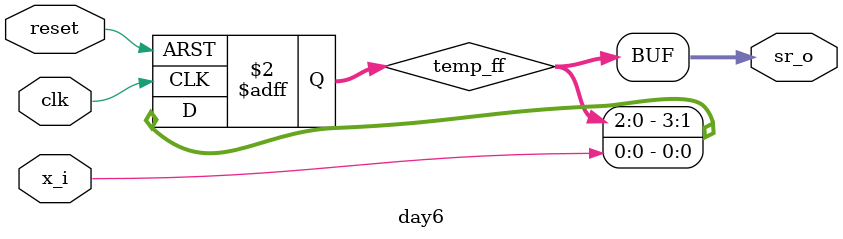
<source format=sv>
module day6(
  input     wire        clk,
  input     wire        reset,
  input     wire        x_i,      // Serial input

  output    wire[3:0]   sr_o
);

  //sequential part
  //-----------------------------------------------------------------------------
  logic[3:0] temp_ff;			//temp_ff is logic since we cant update a wire inside always_ff
  always_ff @(posedge clk or posedge reset) begin
    if (reset)
      temp_ff <= 4'b0;
  	else
      temp_ff <= {sr_o[2:0],x_i};
  end
  //-----------------------------------------------------------------------------
  assign sr_o = temp_ff;
    

endmodule

</source>
